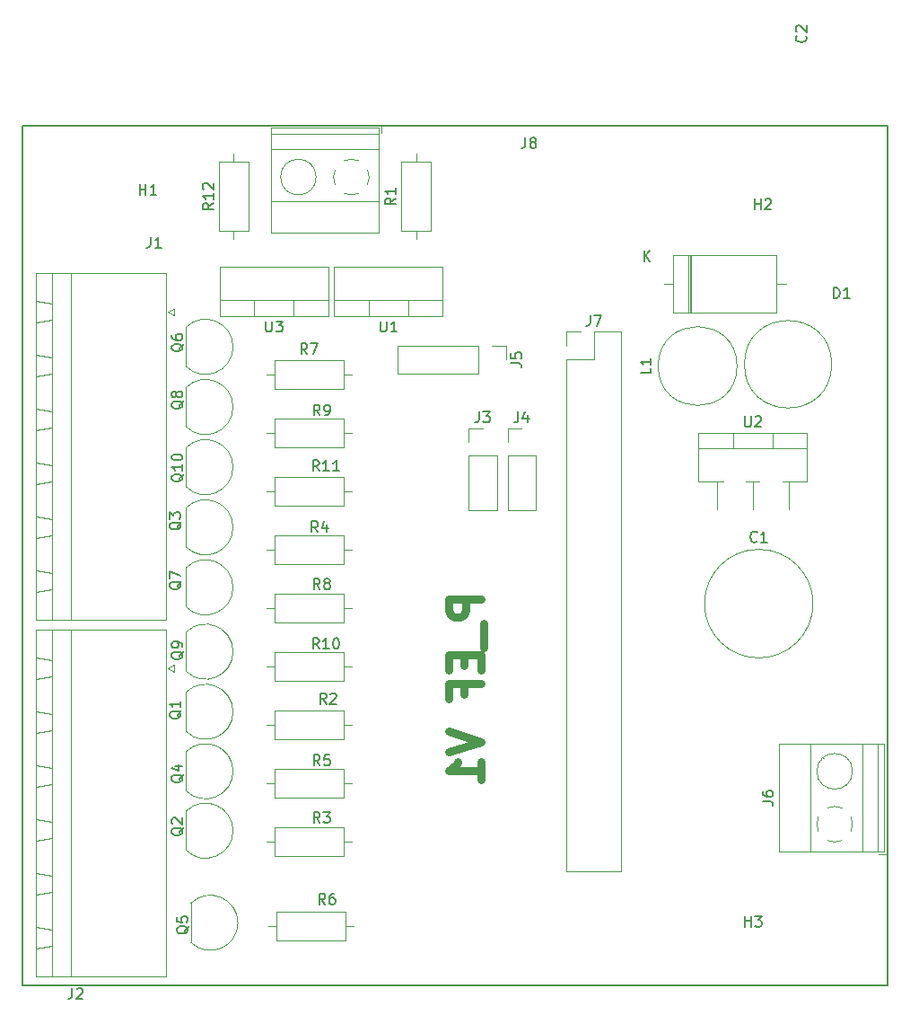
<source format=gbr>
%TF.GenerationSoftware,KiCad,Pcbnew,6.0.11-2627ca5db0~126~ubuntu20.04.1*%
%TF.CreationDate,2023-07-28T15:03:06-03:00*%
%TF.ProjectId,PEF2,50454632-2e6b-4696-9361-645f70636258,rev?*%
%TF.SameCoordinates,Original*%
%TF.FileFunction,Legend,Top*%
%TF.FilePolarity,Positive*%
%FSLAX46Y46*%
G04 Gerber Fmt 4.6, Leading zero omitted, Abs format (unit mm)*
G04 Created by KiCad (PCBNEW 6.0.11-2627ca5db0~126~ubuntu20.04.1) date 2023-07-28 15:03:06*
%MOMM*%
%LPD*%
G01*
G04 APERTURE LIST*
%TA.AperFunction,Profile*%
%ADD10C,0.200000*%
%TD*%
%ADD11C,0.750000*%
%ADD12C,0.150000*%
%ADD13C,0.120000*%
G04 APERTURE END LIST*
D10*
X12400000Y-12400000D02*
X94000000Y-12400000D01*
X94000000Y-12400000D02*
X94000000Y-93400000D01*
X94000000Y-93400000D02*
X12400000Y-93400000D01*
X12400000Y-93400000D02*
X12400000Y-12400000D01*
D11*
X55611542Y-56976428D02*
X52611542Y-56976428D01*
X52611542Y-58119285D01*
X52754400Y-58405000D01*
X52897257Y-58547857D01*
X53182971Y-58690714D01*
X53611542Y-58690714D01*
X53897257Y-58547857D01*
X54040114Y-58405000D01*
X54182971Y-58119285D01*
X54182971Y-56976428D01*
X55897257Y-59262142D02*
X55897257Y-61547857D01*
X54040114Y-62262142D02*
X54040114Y-63262142D01*
X55611542Y-63690714D02*
X55611542Y-62262142D01*
X52611542Y-62262142D01*
X52611542Y-63690714D01*
X54040114Y-65976428D02*
X54040114Y-64976428D01*
X55611542Y-64976428D02*
X52611542Y-64976428D01*
X52611542Y-66405000D01*
X52611542Y-69405000D02*
X55611542Y-70405000D01*
X52611542Y-71405000D01*
X55611542Y-73976428D02*
X55611542Y-72262142D01*
X55611542Y-73119285D02*
X52611542Y-73119285D01*
X53040114Y-72833571D01*
X53325828Y-72547857D01*
X53468685Y-72262142D01*
D12*
%TO.C,Q3*%
X27347619Y-49695238D02*
X27300000Y-49790476D01*
X27204761Y-49885714D01*
X27061904Y-50028571D01*
X27014285Y-50123809D01*
X27014285Y-50219047D01*
X27252380Y-50171428D02*
X27204761Y-50266666D01*
X27109523Y-50361904D01*
X26919047Y-50409523D01*
X26585714Y-50409523D01*
X26395238Y-50361904D01*
X26300000Y-50266666D01*
X26252380Y-50171428D01*
X26252380Y-49980952D01*
X26300000Y-49885714D01*
X26395238Y-49790476D01*
X26585714Y-49742857D01*
X26919047Y-49742857D01*
X27109523Y-49790476D01*
X27204761Y-49885714D01*
X27252380Y-49980952D01*
X27252380Y-50171428D01*
X26252380Y-49409523D02*
X26252380Y-48790476D01*
X26633333Y-49123809D01*
X26633333Y-48980952D01*
X26680952Y-48885714D01*
X26728571Y-48838095D01*
X26823809Y-48790476D01*
X27061904Y-48790476D01*
X27157142Y-48838095D01*
X27204761Y-48885714D01*
X27252380Y-48980952D01*
X27252380Y-49266666D01*
X27204761Y-49361904D01*
X27157142Y-49409523D01*
%TO.C,H1*%
X23438095Y-18852380D02*
X23438095Y-17852380D01*
X23438095Y-18328571D02*
X24009523Y-18328571D01*
X24009523Y-18852380D02*
X24009523Y-17852380D01*
X25009523Y-18852380D02*
X24438095Y-18852380D01*
X24723809Y-18852380D02*
X24723809Y-17852380D01*
X24628571Y-17995238D01*
X24533333Y-18090476D01*
X24438095Y-18138095D01*
%TO.C,J3*%
X55461666Y-39322380D02*
X55461666Y-40036666D01*
X55414047Y-40179523D01*
X55318809Y-40274761D01*
X55175952Y-40322380D01*
X55080714Y-40322380D01*
X55842619Y-39322380D02*
X56461666Y-39322380D01*
X56128333Y-39703333D01*
X56271190Y-39703333D01*
X56366428Y-39750952D01*
X56414047Y-39798571D01*
X56461666Y-39893809D01*
X56461666Y-40131904D01*
X56414047Y-40227142D01*
X56366428Y-40274761D01*
X56271190Y-40322380D01*
X55985476Y-40322380D01*
X55890238Y-40274761D01*
X55842619Y-40227142D01*
%TO.C,R5*%
X40433333Y-72652380D02*
X40100000Y-72176190D01*
X39861904Y-72652380D02*
X39861904Y-71652380D01*
X40242857Y-71652380D01*
X40338095Y-71700000D01*
X40385714Y-71747619D01*
X40433333Y-71842857D01*
X40433333Y-71985714D01*
X40385714Y-72080952D01*
X40338095Y-72128571D01*
X40242857Y-72176190D01*
X39861904Y-72176190D01*
X41338095Y-71652380D02*
X40861904Y-71652380D01*
X40814285Y-72128571D01*
X40861904Y-72080952D01*
X40957142Y-72033333D01*
X41195238Y-72033333D01*
X41290476Y-72080952D01*
X41338095Y-72128571D01*
X41385714Y-72223809D01*
X41385714Y-72461904D01*
X41338095Y-72557142D01*
X41290476Y-72604761D01*
X41195238Y-72652380D01*
X40957142Y-72652380D01*
X40861904Y-72604761D01*
X40814285Y-72557142D01*
%TO.C,D1*%
X88906904Y-28599880D02*
X88906904Y-27599880D01*
X89145000Y-27599880D01*
X89287857Y-27647500D01*
X89383095Y-27742738D01*
X89430714Y-27837976D01*
X89478333Y-28028452D01*
X89478333Y-28171309D01*
X89430714Y-28361785D01*
X89383095Y-28457023D01*
X89287857Y-28552261D01*
X89145000Y-28599880D01*
X88906904Y-28599880D01*
X90430714Y-28599880D02*
X89859285Y-28599880D01*
X90145000Y-28599880D02*
X90145000Y-27599880D01*
X90049761Y-27742738D01*
X89954523Y-27837976D01*
X89859285Y-27885595D01*
X71018095Y-25122380D02*
X71018095Y-24122380D01*
X71589523Y-25122380D02*
X71160952Y-24550952D01*
X71589523Y-24122380D02*
X71018095Y-24693809D01*
%TO.C,R10*%
X40357142Y-61652380D02*
X40023809Y-61176190D01*
X39785714Y-61652380D02*
X39785714Y-60652380D01*
X40166666Y-60652380D01*
X40261904Y-60700000D01*
X40309523Y-60747619D01*
X40357142Y-60842857D01*
X40357142Y-60985714D01*
X40309523Y-61080952D01*
X40261904Y-61128571D01*
X40166666Y-61176190D01*
X39785714Y-61176190D01*
X41309523Y-61652380D02*
X40738095Y-61652380D01*
X41023809Y-61652380D02*
X41023809Y-60652380D01*
X40928571Y-60795238D01*
X40833333Y-60890476D01*
X40738095Y-60938095D01*
X41928571Y-60652380D02*
X42023809Y-60652380D01*
X42119047Y-60700000D01*
X42166666Y-60747619D01*
X42214285Y-60842857D01*
X42261904Y-61033333D01*
X42261904Y-61271428D01*
X42214285Y-61461904D01*
X42166666Y-61557142D01*
X42119047Y-61604761D01*
X42023809Y-61652380D01*
X41928571Y-61652380D01*
X41833333Y-61604761D01*
X41785714Y-61557142D01*
X41738095Y-61461904D01*
X41690476Y-61271428D01*
X41690476Y-61033333D01*
X41738095Y-60842857D01*
X41785714Y-60747619D01*
X41833333Y-60700000D01*
X41928571Y-60652380D01*
%TO.C,C2*%
X86245892Y-3855416D02*
X86293511Y-3903035D01*
X86341130Y-4045892D01*
X86341130Y-4141130D01*
X86293511Y-4283988D01*
X86198273Y-4379226D01*
X86103035Y-4426845D01*
X85912559Y-4474464D01*
X85769702Y-4474464D01*
X85579226Y-4426845D01*
X85483988Y-4379226D01*
X85388750Y-4283988D01*
X85341130Y-4141130D01*
X85341130Y-4045892D01*
X85388750Y-3903035D01*
X85436369Y-3855416D01*
X85436369Y-3474464D02*
X85388750Y-3426845D01*
X85341130Y-3331607D01*
X85341130Y-3093511D01*
X85388750Y-2998273D01*
X85436369Y-2950654D01*
X85531607Y-2903035D01*
X85626845Y-2903035D01*
X85769702Y-2950654D01*
X86341130Y-3522083D01*
X86341130Y-2903035D01*
%TO.C,J2*%
X17066666Y-93652380D02*
X17066666Y-94366666D01*
X17019047Y-94509523D01*
X16923809Y-94604761D01*
X16780952Y-94652380D01*
X16685714Y-94652380D01*
X17495238Y-93747619D02*
X17542857Y-93700000D01*
X17638095Y-93652380D01*
X17876190Y-93652380D01*
X17971428Y-93700000D01*
X18019047Y-93747619D01*
X18066666Y-93842857D01*
X18066666Y-93938095D01*
X18019047Y-94080952D01*
X17447619Y-94652380D01*
X18066666Y-94652380D01*
%TO.C,R2*%
X41033333Y-66852380D02*
X40700000Y-66376190D01*
X40461904Y-66852380D02*
X40461904Y-65852380D01*
X40842857Y-65852380D01*
X40938095Y-65900000D01*
X40985714Y-65947619D01*
X41033333Y-66042857D01*
X41033333Y-66185714D01*
X40985714Y-66280952D01*
X40938095Y-66328571D01*
X40842857Y-66376190D01*
X40461904Y-66376190D01*
X41414285Y-65947619D02*
X41461904Y-65900000D01*
X41557142Y-65852380D01*
X41795238Y-65852380D01*
X41890476Y-65900000D01*
X41938095Y-65947619D01*
X41985714Y-66042857D01*
X41985714Y-66138095D01*
X41938095Y-66280952D01*
X41366666Y-66852380D01*
X41985714Y-66852380D01*
%TO.C,H3*%
X80538095Y-87852380D02*
X80538095Y-86852380D01*
X80538095Y-87328571D02*
X81109523Y-87328571D01*
X81109523Y-87852380D02*
X81109523Y-86852380D01*
X81490476Y-86852380D02*
X82109523Y-86852380D01*
X81776190Y-87233333D01*
X81919047Y-87233333D01*
X82014285Y-87280952D01*
X82061904Y-87328571D01*
X82109523Y-87423809D01*
X82109523Y-87661904D01*
X82061904Y-87757142D01*
X82014285Y-87804761D01*
X81919047Y-87852380D01*
X81633333Y-87852380D01*
X81538095Y-87804761D01*
X81490476Y-87757142D01*
%TO.C,L1*%
X71672380Y-35176666D02*
X71672380Y-35652857D01*
X70672380Y-35652857D01*
X71672380Y-34319523D02*
X71672380Y-34890952D01*
X71672380Y-34605238D02*
X70672380Y-34605238D01*
X70815238Y-34700476D01*
X70910476Y-34795714D01*
X70958095Y-34890952D01*
%TO.C,R3*%
X40433333Y-78052380D02*
X40100000Y-77576190D01*
X39861904Y-78052380D02*
X39861904Y-77052380D01*
X40242857Y-77052380D01*
X40338095Y-77100000D01*
X40385714Y-77147619D01*
X40433333Y-77242857D01*
X40433333Y-77385714D01*
X40385714Y-77480952D01*
X40338095Y-77528571D01*
X40242857Y-77576190D01*
X39861904Y-77576190D01*
X40766666Y-77052380D02*
X41385714Y-77052380D01*
X41052380Y-77433333D01*
X41195238Y-77433333D01*
X41290476Y-77480952D01*
X41338095Y-77528571D01*
X41385714Y-77623809D01*
X41385714Y-77861904D01*
X41338095Y-77957142D01*
X41290476Y-78004761D01*
X41195238Y-78052380D01*
X40909523Y-78052380D01*
X40814285Y-78004761D01*
X40766666Y-77957142D01*
%TO.C,Q5*%
X28047619Y-87785238D02*
X28000000Y-87880476D01*
X27904761Y-87975714D01*
X27761904Y-88118571D01*
X27714285Y-88213809D01*
X27714285Y-88309047D01*
X27952380Y-88261428D02*
X27904761Y-88356666D01*
X27809523Y-88451904D01*
X27619047Y-88499523D01*
X27285714Y-88499523D01*
X27095238Y-88451904D01*
X27000000Y-88356666D01*
X26952380Y-88261428D01*
X26952380Y-88070952D01*
X27000000Y-87975714D01*
X27095238Y-87880476D01*
X27285714Y-87832857D01*
X27619047Y-87832857D01*
X27809523Y-87880476D01*
X27904761Y-87975714D01*
X27952380Y-88070952D01*
X27952380Y-88261428D01*
X26952380Y-86928095D02*
X26952380Y-87404285D01*
X27428571Y-87451904D01*
X27380952Y-87404285D01*
X27333333Y-87309047D01*
X27333333Y-87070952D01*
X27380952Y-86975714D01*
X27428571Y-86928095D01*
X27523809Y-86880476D01*
X27761904Y-86880476D01*
X27857142Y-86928095D01*
X27904761Y-86975714D01*
X27952380Y-87070952D01*
X27952380Y-87309047D01*
X27904761Y-87404285D01*
X27857142Y-87451904D01*
%TO.C,J7*%
X65936666Y-30197380D02*
X65936666Y-30911666D01*
X65889047Y-31054523D01*
X65793809Y-31149761D01*
X65650952Y-31197380D01*
X65555714Y-31197380D01*
X66317619Y-30197380D02*
X66984285Y-30197380D01*
X66555714Y-31197380D01*
%TO.C,R9*%
X40433333Y-39652380D02*
X40100000Y-39176190D01*
X39861904Y-39652380D02*
X39861904Y-38652380D01*
X40242857Y-38652380D01*
X40338095Y-38700000D01*
X40385714Y-38747619D01*
X40433333Y-38842857D01*
X40433333Y-38985714D01*
X40385714Y-39080952D01*
X40338095Y-39128571D01*
X40242857Y-39176190D01*
X39861904Y-39176190D01*
X40909523Y-39652380D02*
X41100000Y-39652380D01*
X41195238Y-39604761D01*
X41242857Y-39557142D01*
X41338095Y-39414285D01*
X41385714Y-39223809D01*
X41385714Y-38842857D01*
X41338095Y-38747619D01*
X41290476Y-38700000D01*
X41195238Y-38652380D01*
X41004761Y-38652380D01*
X40909523Y-38700000D01*
X40861904Y-38747619D01*
X40814285Y-38842857D01*
X40814285Y-39080952D01*
X40861904Y-39176190D01*
X40909523Y-39223809D01*
X41004761Y-39271428D01*
X41195238Y-39271428D01*
X41290476Y-39223809D01*
X41338095Y-39176190D01*
X41385714Y-39080952D01*
%TO.C,R7*%
X39233333Y-33882380D02*
X38900000Y-33406190D01*
X38661904Y-33882380D02*
X38661904Y-32882380D01*
X39042857Y-32882380D01*
X39138095Y-32930000D01*
X39185714Y-32977619D01*
X39233333Y-33072857D01*
X39233333Y-33215714D01*
X39185714Y-33310952D01*
X39138095Y-33358571D01*
X39042857Y-33406190D01*
X38661904Y-33406190D01*
X39566666Y-32882380D02*
X40233333Y-32882380D01*
X39804761Y-33882380D01*
%TO.C,J6*%
X82192380Y-76033333D02*
X82906666Y-76033333D01*
X83049523Y-76080952D01*
X83144761Y-76176190D01*
X83192380Y-76319047D01*
X83192380Y-76414285D01*
X82192380Y-75128571D02*
X82192380Y-75319047D01*
X82240000Y-75414285D01*
X82287619Y-75461904D01*
X82430476Y-75557142D01*
X82620952Y-75604761D01*
X83001904Y-75604761D01*
X83097142Y-75557142D01*
X83144761Y-75509523D01*
X83192380Y-75414285D01*
X83192380Y-75223809D01*
X83144761Y-75128571D01*
X83097142Y-75080952D01*
X83001904Y-75033333D01*
X82763809Y-75033333D01*
X82668571Y-75080952D01*
X82620952Y-75128571D01*
X82573333Y-75223809D01*
X82573333Y-75414285D01*
X82620952Y-75509523D01*
X82668571Y-75557142D01*
X82763809Y-75604761D01*
%TO.C,Q4*%
X27547619Y-73495238D02*
X27500000Y-73590476D01*
X27404761Y-73685714D01*
X27261904Y-73828571D01*
X27214285Y-73923809D01*
X27214285Y-74019047D01*
X27452380Y-73971428D02*
X27404761Y-74066666D01*
X27309523Y-74161904D01*
X27119047Y-74209523D01*
X26785714Y-74209523D01*
X26595238Y-74161904D01*
X26500000Y-74066666D01*
X26452380Y-73971428D01*
X26452380Y-73780952D01*
X26500000Y-73685714D01*
X26595238Y-73590476D01*
X26785714Y-73542857D01*
X27119047Y-73542857D01*
X27309523Y-73590476D01*
X27404761Y-73685714D01*
X27452380Y-73780952D01*
X27452380Y-73971428D01*
X26785714Y-72685714D02*
X27452380Y-72685714D01*
X26404761Y-72923809D02*
X27119047Y-73161904D01*
X27119047Y-72542857D01*
%TO.C,U2*%
X80518095Y-39732380D02*
X80518095Y-40541904D01*
X80565714Y-40637142D01*
X80613333Y-40684761D01*
X80708571Y-40732380D01*
X80899047Y-40732380D01*
X80994285Y-40684761D01*
X81041904Y-40637142D01*
X81089523Y-40541904D01*
X81089523Y-39732380D01*
X81518095Y-39827619D02*
X81565714Y-39780000D01*
X81660952Y-39732380D01*
X81899047Y-39732380D01*
X81994285Y-39780000D01*
X82041904Y-39827619D01*
X82089523Y-39922857D01*
X82089523Y-40018095D01*
X82041904Y-40160952D01*
X81470476Y-40732380D01*
X82089523Y-40732380D01*
%TO.C,Q2*%
X27547619Y-78495238D02*
X27500000Y-78590476D01*
X27404761Y-78685714D01*
X27261904Y-78828571D01*
X27214285Y-78923809D01*
X27214285Y-79019047D01*
X27452380Y-78971428D02*
X27404761Y-79066666D01*
X27309523Y-79161904D01*
X27119047Y-79209523D01*
X26785714Y-79209523D01*
X26595238Y-79161904D01*
X26500000Y-79066666D01*
X26452380Y-78971428D01*
X26452380Y-78780952D01*
X26500000Y-78685714D01*
X26595238Y-78590476D01*
X26785714Y-78542857D01*
X27119047Y-78542857D01*
X27309523Y-78590476D01*
X27404761Y-78685714D01*
X27452380Y-78780952D01*
X27452380Y-78971428D01*
X26547619Y-78161904D02*
X26500000Y-78114285D01*
X26452380Y-78019047D01*
X26452380Y-77780952D01*
X26500000Y-77685714D01*
X26547619Y-77638095D01*
X26642857Y-77590476D01*
X26738095Y-77590476D01*
X26880952Y-77638095D01*
X27452380Y-78209523D01*
X27452380Y-77590476D01*
%TO.C,J1*%
X24466666Y-22852380D02*
X24466666Y-23566666D01*
X24419047Y-23709523D01*
X24323809Y-23804761D01*
X24180952Y-23852380D01*
X24085714Y-23852380D01*
X25466666Y-23852380D02*
X24895238Y-23852380D01*
X25180952Y-23852380D02*
X25180952Y-22852380D01*
X25085714Y-22995238D01*
X24990476Y-23090476D01*
X24895238Y-23138095D01*
%TO.C,Q6*%
X27547619Y-32895238D02*
X27500000Y-32990476D01*
X27404761Y-33085714D01*
X27261904Y-33228571D01*
X27214285Y-33323809D01*
X27214285Y-33419047D01*
X27452380Y-33371428D02*
X27404761Y-33466666D01*
X27309523Y-33561904D01*
X27119047Y-33609523D01*
X26785714Y-33609523D01*
X26595238Y-33561904D01*
X26500000Y-33466666D01*
X26452380Y-33371428D01*
X26452380Y-33180952D01*
X26500000Y-33085714D01*
X26595238Y-32990476D01*
X26785714Y-32942857D01*
X27119047Y-32942857D01*
X27309523Y-32990476D01*
X27404761Y-33085714D01*
X27452380Y-33180952D01*
X27452380Y-33371428D01*
X26452380Y-32085714D02*
X26452380Y-32276190D01*
X26500000Y-32371428D01*
X26547619Y-32419047D01*
X26690476Y-32514285D01*
X26880952Y-32561904D01*
X27261904Y-32561904D01*
X27357142Y-32514285D01*
X27404761Y-32466666D01*
X27452380Y-32371428D01*
X27452380Y-32180952D01*
X27404761Y-32085714D01*
X27357142Y-32038095D01*
X27261904Y-31990476D01*
X27023809Y-31990476D01*
X26928571Y-32038095D01*
X26880952Y-32085714D01*
X26833333Y-32180952D01*
X26833333Y-32371428D01*
X26880952Y-32466666D01*
X26928571Y-32514285D01*
X27023809Y-32561904D01*
%TO.C,Q7*%
X27347619Y-55295238D02*
X27300000Y-55390476D01*
X27204761Y-55485714D01*
X27061904Y-55628571D01*
X27014285Y-55723809D01*
X27014285Y-55819047D01*
X27252380Y-55771428D02*
X27204761Y-55866666D01*
X27109523Y-55961904D01*
X26919047Y-56009523D01*
X26585714Y-56009523D01*
X26395238Y-55961904D01*
X26300000Y-55866666D01*
X26252380Y-55771428D01*
X26252380Y-55580952D01*
X26300000Y-55485714D01*
X26395238Y-55390476D01*
X26585714Y-55342857D01*
X26919047Y-55342857D01*
X27109523Y-55390476D01*
X27204761Y-55485714D01*
X27252380Y-55580952D01*
X27252380Y-55771428D01*
X26252380Y-55009523D02*
X26252380Y-54342857D01*
X27252380Y-54771428D01*
%TO.C,R1*%
X47582380Y-19186666D02*
X47106190Y-19520000D01*
X47582380Y-19758095D02*
X46582380Y-19758095D01*
X46582380Y-19377142D01*
X46630000Y-19281904D01*
X46677619Y-19234285D01*
X46772857Y-19186666D01*
X46915714Y-19186666D01*
X47010952Y-19234285D01*
X47058571Y-19281904D01*
X47106190Y-19377142D01*
X47106190Y-19758095D01*
X47582380Y-18234285D02*
X47582380Y-18805714D01*
X47582380Y-18520000D02*
X46582380Y-18520000D01*
X46725238Y-18615238D01*
X46820476Y-18710476D01*
X46868095Y-18805714D01*
%TO.C,J8*%
X59826666Y-13462380D02*
X59826666Y-14176666D01*
X59779047Y-14319523D01*
X59683809Y-14414761D01*
X59540952Y-14462380D01*
X59445714Y-14462380D01*
X60445714Y-13890952D02*
X60350476Y-13843333D01*
X60302857Y-13795714D01*
X60255238Y-13700476D01*
X60255238Y-13652857D01*
X60302857Y-13557619D01*
X60350476Y-13510000D01*
X60445714Y-13462380D01*
X60636190Y-13462380D01*
X60731428Y-13510000D01*
X60779047Y-13557619D01*
X60826666Y-13652857D01*
X60826666Y-13700476D01*
X60779047Y-13795714D01*
X60731428Y-13843333D01*
X60636190Y-13890952D01*
X60445714Y-13890952D01*
X60350476Y-13938571D01*
X60302857Y-13986190D01*
X60255238Y-14081428D01*
X60255238Y-14271904D01*
X60302857Y-14367142D01*
X60350476Y-14414761D01*
X60445714Y-14462380D01*
X60636190Y-14462380D01*
X60731428Y-14414761D01*
X60779047Y-14367142D01*
X60826666Y-14271904D01*
X60826666Y-14081428D01*
X60779047Y-13986190D01*
X60731428Y-13938571D01*
X60636190Y-13890952D01*
%TO.C,J4*%
X59141666Y-39322380D02*
X59141666Y-40036666D01*
X59094047Y-40179523D01*
X58998809Y-40274761D01*
X58855952Y-40322380D01*
X58760714Y-40322380D01*
X60046428Y-39655714D02*
X60046428Y-40322380D01*
X59808333Y-39274761D02*
X59570238Y-39989047D01*
X60189285Y-39989047D01*
%TO.C,Q1*%
X27347619Y-67495238D02*
X27300000Y-67590476D01*
X27204761Y-67685714D01*
X27061904Y-67828571D01*
X27014285Y-67923809D01*
X27014285Y-68019047D01*
X27252380Y-67971428D02*
X27204761Y-68066666D01*
X27109523Y-68161904D01*
X26919047Y-68209523D01*
X26585714Y-68209523D01*
X26395238Y-68161904D01*
X26300000Y-68066666D01*
X26252380Y-67971428D01*
X26252380Y-67780952D01*
X26300000Y-67685714D01*
X26395238Y-67590476D01*
X26585714Y-67542857D01*
X26919047Y-67542857D01*
X27109523Y-67590476D01*
X27204761Y-67685714D01*
X27252380Y-67780952D01*
X27252380Y-67971428D01*
X27252380Y-66590476D02*
X27252380Y-67161904D01*
X27252380Y-66876190D02*
X26252380Y-66876190D01*
X26395238Y-66971428D01*
X26490476Y-67066666D01*
X26538095Y-67161904D01*
%TO.C,Q8*%
X27547619Y-38295238D02*
X27500000Y-38390476D01*
X27404761Y-38485714D01*
X27261904Y-38628571D01*
X27214285Y-38723809D01*
X27214285Y-38819047D01*
X27452380Y-38771428D02*
X27404761Y-38866666D01*
X27309523Y-38961904D01*
X27119047Y-39009523D01*
X26785714Y-39009523D01*
X26595238Y-38961904D01*
X26500000Y-38866666D01*
X26452380Y-38771428D01*
X26452380Y-38580952D01*
X26500000Y-38485714D01*
X26595238Y-38390476D01*
X26785714Y-38342857D01*
X27119047Y-38342857D01*
X27309523Y-38390476D01*
X27404761Y-38485714D01*
X27452380Y-38580952D01*
X27452380Y-38771428D01*
X26880952Y-37771428D02*
X26833333Y-37866666D01*
X26785714Y-37914285D01*
X26690476Y-37961904D01*
X26642857Y-37961904D01*
X26547619Y-37914285D01*
X26500000Y-37866666D01*
X26452380Y-37771428D01*
X26452380Y-37580952D01*
X26500000Y-37485714D01*
X26547619Y-37438095D01*
X26642857Y-37390476D01*
X26690476Y-37390476D01*
X26785714Y-37438095D01*
X26833333Y-37485714D01*
X26880952Y-37580952D01*
X26880952Y-37771428D01*
X26928571Y-37866666D01*
X26976190Y-37914285D01*
X27071428Y-37961904D01*
X27261904Y-37961904D01*
X27357142Y-37914285D01*
X27404761Y-37866666D01*
X27452380Y-37771428D01*
X27452380Y-37580952D01*
X27404761Y-37485714D01*
X27357142Y-37438095D01*
X27261904Y-37390476D01*
X27071428Y-37390476D01*
X26976190Y-37438095D01*
X26928571Y-37485714D01*
X26880952Y-37580952D01*
%TO.C,H2*%
X81438095Y-20252380D02*
X81438095Y-19252380D01*
X81438095Y-19728571D02*
X82009523Y-19728571D01*
X82009523Y-20252380D02*
X82009523Y-19252380D01*
X82438095Y-19347619D02*
X82485714Y-19300000D01*
X82580952Y-19252380D01*
X82819047Y-19252380D01*
X82914285Y-19300000D01*
X82961904Y-19347619D01*
X83009523Y-19442857D01*
X83009523Y-19538095D01*
X82961904Y-19680952D01*
X82390476Y-20252380D01*
X83009523Y-20252380D01*
%TO.C,R6*%
X40933333Y-85742380D02*
X40600000Y-85266190D01*
X40361904Y-85742380D02*
X40361904Y-84742380D01*
X40742857Y-84742380D01*
X40838095Y-84790000D01*
X40885714Y-84837619D01*
X40933333Y-84932857D01*
X40933333Y-85075714D01*
X40885714Y-85170952D01*
X40838095Y-85218571D01*
X40742857Y-85266190D01*
X40361904Y-85266190D01*
X41790476Y-84742380D02*
X41600000Y-84742380D01*
X41504761Y-84790000D01*
X41457142Y-84837619D01*
X41361904Y-84980476D01*
X41314285Y-85170952D01*
X41314285Y-85551904D01*
X41361904Y-85647142D01*
X41409523Y-85694761D01*
X41504761Y-85742380D01*
X41695238Y-85742380D01*
X41790476Y-85694761D01*
X41838095Y-85647142D01*
X41885714Y-85551904D01*
X41885714Y-85313809D01*
X41838095Y-85218571D01*
X41790476Y-85170952D01*
X41695238Y-85123333D01*
X41504761Y-85123333D01*
X41409523Y-85170952D01*
X41361904Y-85218571D01*
X41314285Y-85313809D01*
%TO.C,R8*%
X40433333Y-56052380D02*
X40100000Y-55576190D01*
X39861904Y-56052380D02*
X39861904Y-55052380D01*
X40242857Y-55052380D01*
X40338095Y-55100000D01*
X40385714Y-55147619D01*
X40433333Y-55242857D01*
X40433333Y-55385714D01*
X40385714Y-55480952D01*
X40338095Y-55528571D01*
X40242857Y-55576190D01*
X39861904Y-55576190D01*
X41004761Y-55480952D02*
X40909523Y-55433333D01*
X40861904Y-55385714D01*
X40814285Y-55290476D01*
X40814285Y-55242857D01*
X40861904Y-55147619D01*
X40909523Y-55100000D01*
X41004761Y-55052380D01*
X41195238Y-55052380D01*
X41290476Y-55100000D01*
X41338095Y-55147619D01*
X41385714Y-55242857D01*
X41385714Y-55290476D01*
X41338095Y-55385714D01*
X41290476Y-55433333D01*
X41195238Y-55480952D01*
X41004761Y-55480952D01*
X40909523Y-55528571D01*
X40861904Y-55576190D01*
X40814285Y-55671428D01*
X40814285Y-55861904D01*
X40861904Y-55957142D01*
X40909523Y-56004761D01*
X41004761Y-56052380D01*
X41195238Y-56052380D01*
X41290476Y-56004761D01*
X41338095Y-55957142D01*
X41385714Y-55861904D01*
X41385714Y-55671428D01*
X41338095Y-55576190D01*
X41290476Y-55528571D01*
X41195238Y-55480952D01*
%TO.C,R4*%
X40233333Y-50652380D02*
X39900000Y-50176190D01*
X39661904Y-50652380D02*
X39661904Y-49652380D01*
X40042857Y-49652380D01*
X40138095Y-49700000D01*
X40185714Y-49747619D01*
X40233333Y-49842857D01*
X40233333Y-49985714D01*
X40185714Y-50080952D01*
X40138095Y-50128571D01*
X40042857Y-50176190D01*
X39661904Y-50176190D01*
X41090476Y-49985714D02*
X41090476Y-50652380D01*
X40852380Y-49604761D02*
X40614285Y-50319047D01*
X41233333Y-50319047D01*
%TO.C,U3*%
X35338095Y-30777380D02*
X35338095Y-31586904D01*
X35385714Y-31682142D01*
X35433333Y-31729761D01*
X35528571Y-31777380D01*
X35719047Y-31777380D01*
X35814285Y-31729761D01*
X35861904Y-31682142D01*
X35909523Y-31586904D01*
X35909523Y-30777380D01*
X36290476Y-30777380D02*
X36909523Y-30777380D01*
X36576190Y-31158333D01*
X36719047Y-31158333D01*
X36814285Y-31205952D01*
X36861904Y-31253571D01*
X36909523Y-31348809D01*
X36909523Y-31586904D01*
X36861904Y-31682142D01*
X36814285Y-31729761D01*
X36719047Y-31777380D01*
X36433333Y-31777380D01*
X36338095Y-31729761D01*
X36290476Y-31682142D01*
%TO.C,C1*%
X81673333Y-51507142D02*
X81625714Y-51554761D01*
X81482857Y-51602380D01*
X81387619Y-51602380D01*
X81244761Y-51554761D01*
X81149523Y-51459523D01*
X81101904Y-51364285D01*
X81054285Y-51173809D01*
X81054285Y-51030952D01*
X81101904Y-50840476D01*
X81149523Y-50745238D01*
X81244761Y-50650000D01*
X81387619Y-50602380D01*
X81482857Y-50602380D01*
X81625714Y-50650000D01*
X81673333Y-50697619D01*
X82625714Y-51602380D02*
X82054285Y-51602380D01*
X82340000Y-51602380D02*
X82340000Y-50602380D01*
X82244761Y-50745238D01*
X82149523Y-50840476D01*
X82054285Y-50888095D01*
%TO.C,R12*%
X30382380Y-19662857D02*
X29906190Y-19996190D01*
X30382380Y-20234285D02*
X29382380Y-20234285D01*
X29382380Y-19853333D01*
X29430000Y-19758095D01*
X29477619Y-19710476D01*
X29572857Y-19662857D01*
X29715714Y-19662857D01*
X29810952Y-19710476D01*
X29858571Y-19758095D01*
X29906190Y-19853333D01*
X29906190Y-20234285D01*
X30382380Y-18710476D02*
X30382380Y-19281904D01*
X30382380Y-18996190D02*
X29382380Y-18996190D01*
X29525238Y-19091428D01*
X29620476Y-19186666D01*
X29668095Y-19281904D01*
X29477619Y-18329523D02*
X29430000Y-18281904D01*
X29382380Y-18186666D01*
X29382380Y-17948571D01*
X29430000Y-17853333D01*
X29477619Y-17805714D01*
X29572857Y-17758095D01*
X29668095Y-17758095D01*
X29810952Y-17805714D01*
X30382380Y-18377142D01*
X30382380Y-17758095D01*
%TO.C,Q9*%
X27547619Y-61895238D02*
X27500000Y-61990476D01*
X27404761Y-62085714D01*
X27261904Y-62228571D01*
X27214285Y-62323809D01*
X27214285Y-62419047D01*
X27452380Y-62371428D02*
X27404761Y-62466666D01*
X27309523Y-62561904D01*
X27119047Y-62609523D01*
X26785714Y-62609523D01*
X26595238Y-62561904D01*
X26500000Y-62466666D01*
X26452380Y-62371428D01*
X26452380Y-62180952D01*
X26500000Y-62085714D01*
X26595238Y-61990476D01*
X26785714Y-61942857D01*
X27119047Y-61942857D01*
X27309523Y-61990476D01*
X27404761Y-62085714D01*
X27452380Y-62180952D01*
X27452380Y-62371428D01*
X27452380Y-61466666D02*
X27452380Y-61276190D01*
X27404761Y-61180952D01*
X27357142Y-61133333D01*
X27214285Y-61038095D01*
X27023809Y-60990476D01*
X26642857Y-60990476D01*
X26547619Y-61038095D01*
X26500000Y-61085714D01*
X26452380Y-61180952D01*
X26452380Y-61371428D01*
X26500000Y-61466666D01*
X26547619Y-61514285D01*
X26642857Y-61561904D01*
X26880952Y-61561904D01*
X26976190Y-61514285D01*
X27023809Y-61466666D01*
X27071428Y-61371428D01*
X27071428Y-61180952D01*
X27023809Y-61085714D01*
X26976190Y-61038095D01*
X26880952Y-60990476D01*
%TO.C,J5*%
X58457380Y-34733333D02*
X59171666Y-34733333D01*
X59314523Y-34780952D01*
X59409761Y-34876190D01*
X59457380Y-35019047D01*
X59457380Y-35114285D01*
X58457380Y-33780952D02*
X58457380Y-34257142D01*
X58933571Y-34304761D01*
X58885952Y-34257142D01*
X58838333Y-34161904D01*
X58838333Y-33923809D01*
X58885952Y-33828571D01*
X58933571Y-33780952D01*
X59028809Y-33733333D01*
X59266904Y-33733333D01*
X59362142Y-33780952D01*
X59409761Y-33828571D01*
X59457380Y-33923809D01*
X59457380Y-34161904D01*
X59409761Y-34257142D01*
X59362142Y-34304761D01*
%TO.C,R11*%
X40357142Y-44889880D02*
X40023809Y-44413690D01*
X39785714Y-44889880D02*
X39785714Y-43889880D01*
X40166666Y-43889880D01*
X40261904Y-43937500D01*
X40309523Y-43985119D01*
X40357142Y-44080357D01*
X40357142Y-44223214D01*
X40309523Y-44318452D01*
X40261904Y-44366071D01*
X40166666Y-44413690D01*
X39785714Y-44413690D01*
X41309523Y-44889880D02*
X40738095Y-44889880D01*
X41023809Y-44889880D02*
X41023809Y-43889880D01*
X40928571Y-44032738D01*
X40833333Y-44127976D01*
X40738095Y-44175595D01*
X42261904Y-44889880D02*
X41690476Y-44889880D01*
X41976190Y-44889880D02*
X41976190Y-43889880D01*
X41880952Y-44032738D01*
X41785714Y-44127976D01*
X41690476Y-44175595D01*
%TO.C,Q10*%
X27547619Y-45171428D02*
X27500000Y-45266666D01*
X27404761Y-45361904D01*
X27261904Y-45504761D01*
X27214285Y-45600000D01*
X27214285Y-45695238D01*
X27452380Y-45647619D02*
X27404761Y-45742857D01*
X27309523Y-45838095D01*
X27119047Y-45885714D01*
X26785714Y-45885714D01*
X26595238Y-45838095D01*
X26500000Y-45742857D01*
X26452380Y-45647619D01*
X26452380Y-45457142D01*
X26500000Y-45361904D01*
X26595238Y-45266666D01*
X26785714Y-45219047D01*
X27119047Y-45219047D01*
X27309523Y-45266666D01*
X27404761Y-45361904D01*
X27452380Y-45457142D01*
X27452380Y-45647619D01*
X27452380Y-44266666D02*
X27452380Y-44838095D01*
X27452380Y-44552380D02*
X26452380Y-44552380D01*
X26595238Y-44647619D01*
X26690476Y-44742857D01*
X26738095Y-44838095D01*
X26452380Y-43647619D02*
X26452380Y-43552380D01*
X26500000Y-43457142D01*
X26547619Y-43409523D01*
X26642857Y-43361904D01*
X26833333Y-43314285D01*
X27071428Y-43314285D01*
X27261904Y-43361904D01*
X27357142Y-43409523D01*
X27404761Y-43457142D01*
X27452380Y-43552380D01*
X27452380Y-43647619D01*
X27404761Y-43742857D01*
X27357142Y-43790476D01*
X27261904Y-43838095D01*
X27071428Y-43885714D01*
X26833333Y-43885714D01*
X26642857Y-43838095D01*
X26547619Y-43790476D01*
X26500000Y-43742857D01*
X26452380Y-43647619D01*
%TO.C,U1*%
X46138095Y-30777380D02*
X46138095Y-31586904D01*
X46185714Y-31682142D01*
X46233333Y-31729761D01*
X46328571Y-31777380D01*
X46519047Y-31777380D01*
X46614285Y-31729761D01*
X46661904Y-31682142D01*
X46709523Y-31586904D01*
X46709523Y-30777380D01*
X47709523Y-31777380D02*
X47138095Y-31777380D01*
X47423809Y-31777380D02*
X47423809Y-30777380D01*
X47328571Y-30920238D01*
X47233333Y-31015476D01*
X47138095Y-31063095D01*
D13*
%TO.C,Q3*%
X27790000Y-48410000D02*
X27790000Y-52010000D01*
X32240001Y-50210000D02*
G75*
G03*
X27801522Y-48371522I-2600001J0D01*
G01*
X27801522Y-52048478D02*
G75*
G03*
X32240000Y-50210000I1838478J1838478D01*
G01*
%TO.C,J3*%
X54465000Y-48610000D02*
X57125000Y-48610000D01*
X54465000Y-43470000D02*
X57125000Y-43470000D01*
X57125000Y-43470000D02*
X57125000Y-48610000D01*
X54465000Y-40870000D02*
X55795000Y-40870000D01*
X54465000Y-42200000D02*
X54465000Y-40870000D01*
X54465000Y-43470000D02*
X54465000Y-48610000D01*
%TO.C,R5*%
X42670000Y-75696250D02*
X42670000Y-72956250D01*
X36130000Y-75696250D02*
X42670000Y-75696250D01*
X43440000Y-74326250D02*
X42670000Y-74326250D01*
X36130000Y-72956250D02*
X36130000Y-75696250D01*
X42670000Y-72956250D02*
X36130000Y-72956250D01*
X35360000Y-74326250D02*
X36130000Y-74326250D01*
%TO.C,D1*%
X73790000Y-29990000D02*
X83530000Y-29990000D01*
X83530000Y-24550000D02*
X73790000Y-24550000D01*
X75455000Y-24550000D02*
X75455000Y-29990000D01*
X75335000Y-24550000D02*
X75335000Y-29990000D01*
X84440000Y-27270000D02*
X83530000Y-27270000D01*
X73790000Y-24550000D02*
X73790000Y-29990000D01*
X72880000Y-27270000D02*
X73790000Y-27270000D01*
X83530000Y-29990000D02*
X83530000Y-24550000D01*
X75215000Y-24550000D02*
X75215000Y-29990000D01*
%TO.C,R10*%
X42670000Y-61948750D02*
X36130000Y-61948750D01*
X35360000Y-63318750D02*
X36130000Y-63318750D01*
X42670000Y-64688750D02*
X42670000Y-61948750D01*
X43440000Y-63318750D02*
X42670000Y-63318750D01*
X36130000Y-64688750D02*
X42670000Y-64688750D01*
X36130000Y-61948750D02*
X36130000Y-64688750D01*
%TO.C,C2*%
X88720000Y-34840000D02*
G75*
G03*
X88720000Y-34840000I-4120000J0D01*
G01*
%TO.C,J2*%
X13667500Y-92550000D02*
X25887500Y-92550000D01*
X15167500Y-84570000D02*
X15167500Y-83070000D01*
X13667500Y-89900000D02*
X15167500Y-89650000D01*
X15167500Y-64250000D02*
X15167500Y-62750000D01*
X13667500Y-59850000D02*
X13667500Y-92550000D01*
X15167500Y-88150000D02*
X13667500Y-87900000D01*
X13667500Y-62500000D02*
X13667500Y-64500000D01*
X13667500Y-64500000D02*
X15167500Y-64250000D01*
X15167500Y-89650000D02*
X15167500Y-88150000D01*
X15167500Y-72910000D02*
X13667500Y-72660000D01*
X13667500Y-69580000D02*
X15167500Y-69330000D01*
X15167500Y-74410000D02*
X15167500Y-72910000D01*
X15167500Y-92550000D02*
X15167500Y-59850000D01*
X15167500Y-77990000D02*
X13667500Y-77740000D01*
X15167500Y-62750000D02*
X13667500Y-62500000D01*
X13667500Y-84820000D02*
X15167500Y-84570000D01*
X26087500Y-63500000D02*
X26687500Y-63200000D01*
X13667500Y-72660000D02*
X13667500Y-74660000D01*
X15167500Y-83070000D02*
X13667500Y-82820000D01*
X13667500Y-82820000D02*
X13667500Y-84820000D01*
X26687500Y-63200000D02*
X26687500Y-63800000D01*
X13667500Y-67580000D02*
X13667500Y-69580000D01*
X26687500Y-63800000D02*
X26087500Y-63500000D01*
X13667500Y-77740000D02*
X13667500Y-79740000D01*
X16967500Y-92550000D02*
X15167500Y-92550000D01*
X25887500Y-59850000D02*
X13667500Y-59850000D01*
X13667500Y-74660000D02*
X15167500Y-74410000D01*
X16967500Y-59850000D02*
X16967500Y-92550000D01*
X15167500Y-69330000D02*
X15167500Y-67830000D01*
X13667500Y-87900000D02*
X13667500Y-89900000D01*
X25887500Y-92550000D02*
X25887500Y-59850000D01*
X15167500Y-59850000D02*
X16967500Y-59850000D01*
X15167500Y-79490000D02*
X15167500Y-77990000D01*
X13667500Y-79740000D02*
X15167500Y-79490000D01*
X15167500Y-67830000D02*
X13667500Y-67580000D01*
%TO.C,R2*%
X42670000Y-67452500D02*
X36130000Y-67452500D01*
X43440000Y-68822500D02*
X42670000Y-68822500D01*
X36130000Y-67452500D02*
X36130000Y-70192500D01*
X36130000Y-70192500D02*
X42670000Y-70192500D01*
X42670000Y-70192500D02*
X42670000Y-67452500D01*
X35360000Y-68822500D02*
X36130000Y-68822500D01*
%TO.C,L1*%
X79790000Y-35010000D02*
G75*
G03*
X79790000Y-35010000I-3720000J0D01*
G01*
%TO.C,R3*%
X42670000Y-78460000D02*
X36130000Y-78460000D01*
X43440000Y-79830000D02*
X42670000Y-79830000D01*
X42670000Y-81200000D02*
X42670000Y-78460000D01*
X35360000Y-79830000D02*
X36130000Y-79830000D01*
X36130000Y-81200000D02*
X42670000Y-81200000D01*
X36130000Y-78460000D02*
X36130000Y-81200000D01*
%TO.C,Q5*%
X28250000Y-85690000D02*
X28250000Y-89290000D01*
X32700001Y-87490000D02*
G75*
G03*
X28261522Y-85651522I-2600001J0D01*
G01*
X28261522Y-89328478D02*
G75*
G03*
X32700000Y-87490000I1838478J1838478D01*
G01*
%TO.C,J7*%
X63670000Y-34345000D02*
X66270000Y-34345000D01*
X63670000Y-82665000D02*
X68870000Y-82665000D01*
X66270000Y-31745000D02*
X68870000Y-31745000D01*
X66270000Y-34345000D02*
X66270000Y-31745000D01*
X63670000Y-34345000D02*
X63670000Y-82665000D01*
X63670000Y-33075000D02*
X63670000Y-31745000D01*
X68870000Y-31745000D02*
X68870000Y-82665000D01*
X63670000Y-31745000D02*
X65000000Y-31745000D01*
%TO.C,R9*%
X35360000Y-41303750D02*
X36130000Y-41303750D01*
X36130000Y-42673750D02*
X42670000Y-42673750D01*
X36130000Y-39933750D02*
X36130000Y-42673750D01*
X43440000Y-41303750D02*
X42670000Y-41303750D01*
X42670000Y-42673750D02*
X42670000Y-39933750D01*
X42670000Y-39933750D02*
X36130000Y-39933750D01*
%TO.C,R7*%
X42670000Y-34430000D02*
X36130000Y-34430000D01*
X35360000Y-35800000D02*
X36130000Y-35800000D01*
X43440000Y-35800000D02*
X42670000Y-35800000D01*
X36130000Y-37170000D02*
X42670000Y-37170000D01*
X36130000Y-34430000D02*
X36130000Y-37170000D01*
X42670000Y-37170000D02*
X42670000Y-34430000D01*
%TO.C,J6*%
X87725000Y-72130000D02*
X87761000Y-72165000D01*
X93660000Y-80760000D02*
X93660000Y-70640000D01*
X83739000Y-70640000D02*
X93660000Y-70640000D01*
X86699000Y-80760000D02*
X86699000Y-70640000D01*
X90239000Y-74234000D02*
X90274000Y-74269000D01*
X83739000Y-80760000D02*
X83739000Y-70640000D01*
X83739000Y-80760000D02*
X93660000Y-80760000D01*
X93900000Y-81000000D02*
X93900000Y-80500000D01*
X90023000Y-74427000D02*
X90069000Y-74474000D01*
X91600000Y-80760000D02*
X91600000Y-70640000D01*
X93100000Y-80760000D02*
X93100000Y-70640000D01*
X93160000Y-81000000D02*
X93900000Y-81000000D01*
X87931000Y-71925000D02*
X87977000Y-71972000D01*
X90680000Y-78200000D02*
G75*
G03*
X90534756Y-77516682I-1680000J0D01*
G01*
X88316000Y-79735000D02*
G75*
G03*
X89683042Y-79735427I684001J1534993D01*
G01*
X89684000Y-76664999D02*
G75*
G03*
X88316958Y-76664573I-684000J-1535001D01*
G01*
X87465000Y-77516000D02*
G75*
G03*
X87464573Y-78883042I1534993J-684001D01*
G01*
X90535000Y-78884000D02*
G75*
G03*
X90680253Y-78171195I-1535001J683999D01*
G01*
X90680000Y-73200000D02*
G75*
G03*
X90680000Y-73200000I-1680000J0D01*
G01*
%TO.C,Q4*%
X27790000Y-71400000D02*
X27790000Y-75000000D01*
X32240001Y-73200000D02*
G75*
G03*
X27801522Y-71361522I-2600001J0D01*
G01*
X27801522Y-75038478D02*
G75*
G03*
X32240000Y-73200000I1838478J1838478D01*
G01*
%TO.C,U2*%
X80645000Y-45921000D02*
X81915000Y-45921000D01*
X84680000Y-45921000D02*
X84680000Y-48535000D01*
X76159000Y-41280000D02*
X76159000Y-45921000D01*
X86400000Y-41280000D02*
X86400000Y-45921000D01*
X84045000Y-45921000D02*
X86400000Y-45921000D01*
X81280000Y-45921000D02*
X81280000Y-48535000D01*
X79430000Y-41280000D02*
X79430000Y-42789000D01*
X83130000Y-41280000D02*
X83130000Y-42789000D01*
X76159000Y-45921000D02*
X78515000Y-45921000D01*
X76159000Y-42789000D02*
X86400000Y-42789000D01*
X77880000Y-45921000D02*
X77880000Y-48551000D01*
X76159000Y-41280000D02*
X86400000Y-41280000D01*
%TO.C,Q2*%
X27790000Y-77000000D02*
X27790000Y-80600000D01*
X27801522Y-80638478D02*
G75*
G03*
X32240000Y-78800000I1838478J1838478D01*
G01*
X32240001Y-78800000D02*
G75*
G03*
X27801522Y-76961522I-2600001J0D01*
G01*
%TO.C,J1*%
X26687500Y-30200000D02*
X26087500Y-29900000D01*
X13667500Y-46140000D02*
X15167500Y-45890000D01*
X13667500Y-30900000D02*
X15167500Y-30650000D01*
X15167500Y-26250000D02*
X16967500Y-26250000D01*
X15167500Y-35730000D02*
X15167500Y-34230000D01*
X16967500Y-58950000D02*
X15167500Y-58950000D01*
X13667500Y-49220000D02*
X13667500Y-51220000D01*
X15167500Y-56050000D02*
X15167500Y-54550000D01*
X15167500Y-40810000D02*
X15167500Y-39310000D01*
X16967500Y-26250000D02*
X16967500Y-58950000D01*
X15167500Y-34230000D02*
X13667500Y-33980000D01*
X13667500Y-44140000D02*
X13667500Y-46140000D01*
X26687500Y-29600000D02*
X26687500Y-30200000D01*
X13667500Y-39060000D02*
X13667500Y-41060000D01*
X15167500Y-45890000D02*
X15167500Y-44390000D01*
X15167500Y-29150000D02*
X13667500Y-28900000D01*
X13667500Y-54300000D02*
X13667500Y-56300000D01*
X13667500Y-51220000D02*
X15167500Y-50970000D01*
X15167500Y-49470000D02*
X13667500Y-49220000D01*
X15167500Y-54550000D02*
X13667500Y-54300000D01*
X15167500Y-39310000D02*
X13667500Y-39060000D01*
X13667500Y-56300000D02*
X15167500Y-56050000D01*
X25887500Y-58950000D02*
X25887500Y-26250000D01*
X13667500Y-33980000D02*
X13667500Y-35980000D01*
X25887500Y-26250000D02*
X13667500Y-26250000D01*
X13667500Y-28900000D02*
X13667500Y-30900000D01*
X15167500Y-58950000D02*
X15167500Y-26250000D01*
X15167500Y-30650000D02*
X15167500Y-29150000D01*
X26087500Y-29900000D02*
X26687500Y-29600000D01*
X13667500Y-41060000D02*
X15167500Y-40810000D01*
X13667500Y-58950000D02*
X25887500Y-58950000D01*
X15167500Y-50970000D02*
X15167500Y-49470000D01*
X13667500Y-26250000D02*
X13667500Y-58950000D01*
X15167500Y-44390000D02*
X13667500Y-44140000D01*
X13667500Y-35980000D02*
X15167500Y-35730000D01*
%TO.C,Q6*%
X27790000Y-31400000D02*
X27790000Y-35000000D01*
X27801522Y-35038478D02*
G75*
G03*
X32240000Y-33200000I1838478J1838478D01*
G01*
X32240001Y-33200000D02*
G75*
G03*
X27801522Y-31361522I-2600001J0D01*
G01*
%TO.C,Q7*%
X27790000Y-54070000D02*
X27790000Y-57670000D01*
X27801522Y-57708478D02*
G75*
G03*
X32240000Y-55870000I1838478J1838478D01*
G01*
X32240001Y-55870000D02*
G75*
G03*
X27801522Y-54031522I-2600001J0D01*
G01*
%TO.C,R1*%
X49500000Y-23060000D02*
X49500000Y-22290000D01*
X48130000Y-22290000D02*
X50870000Y-22290000D01*
X50870000Y-22290000D02*
X50870000Y-15750000D01*
X50870000Y-15750000D02*
X48130000Y-15750000D01*
X49500000Y-14980000D02*
X49500000Y-15750000D01*
X48130000Y-15750000D02*
X48130000Y-22290000D01*
%TO.C,J8*%
X39627000Y-16172000D02*
X39674000Y-16126000D01*
X45960000Y-22456000D02*
X35840000Y-22456000D01*
X46200000Y-12295000D02*
X45700000Y-12295000D01*
X45960000Y-13095000D02*
X35840000Y-13095000D01*
X37330000Y-18470000D02*
X37365000Y-18434000D01*
X37125000Y-18264000D02*
X37172000Y-18218000D01*
X35840000Y-22456000D02*
X35840000Y-12535000D01*
X39434000Y-15956000D02*
X39469000Y-15921000D01*
X46200000Y-13035000D02*
X46200000Y-12295000D01*
X45960000Y-19496000D02*
X35840000Y-19496000D01*
X45960000Y-14595000D02*
X35840000Y-14595000D01*
X45960000Y-22456000D02*
X45960000Y-12535000D01*
X45960000Y-12535000D02*
X35840000Y-12535000D01*
X44084000Y-15660000D02*
G75*
G03*
X43371195Y-15514747I-683999J-1535001D01*
G01*
X44935000Y-17879000D02*
G75*
G03*
X44935427Y-16511958I-1534993J684001D01*
G01*
X41864999Y-16511000D02*
G75*
G03*
X41864573Y-17878042I1535001J-684000D01*
G01*
X43400000Y-15515000D02*
G75*
G03*
X42716682Y-15660244I0J-1680000D01*
G01*
X42716000Y-18730000D02*
G75*
G03*
X44083042Y-18730427I684001J1534993D01*
G01*
X40080000Y-17195000D02*
G75*
G03*
X40080000Y-17195000I-1680000J0D01*
G01*
%TO.C,J4*%
X58145000Y-48610000D02*
X60805000Y-48610000D01*
X58145000Y-43470000D02*
X58145000Y-48610000D01*
X58145000Y-43470000D02*
X60805000Y-43470000D01*
X60805000Y-43470000D02*
X60805000Y-48610000D01*
X58145000Y-42200000D02*
X58145000Y-40870000D01*
X58145000Y-40870000D02*
X59475000Y-40870000D01*
%TO.C,Q1*%
X27790000Y-65800000D02*
X27790000Y-69400000D01*
X27801522Y-69438478D02*
G75*
G03*
X32240000Y-67600000I1838478J1838478D01*
G01*
X32240001Y-67600000D02*
G75*
G03*
X27801522Y-65761522I-2600001J0D01*
G01*
%TO.C,Q8*%
X27790000Y-37070000D02*
X27790000Y-40670000D01*
X32240001Y-38870000D02*
G75*
G03*
X27801522Y-37031522I-2600001J0D01*
G01*
X27801522Y-40708478D02*
G75*
G03*
X32240000Y-38870000I1838478J1838478D01*
G01*
%TO.C,R6*%
X42870000Y-86430000D02*
X36330000Y-86430000D01*
X35560000Y-87800000D02*
X36330000Y-87800000D01*
X42870000Y-89170000D02*
X42870000Y-86430000D01*
X43640000Y-87800000D02*
X42870000Y-87800000D01*
X36330000Y-86430000D02*
X36330000Y-89170000D01*
X36330000Y-89170000D02*
X42870000Y-89170000D01*
%TO.C,R8*%
X36130000Y-59185000D02*
X42670000Y-59185000D01*
X43440000Y-57815000D02*
X42670000Y-57815000D01*
X36130000Y-56445000D02*
X36130000Y-59185000D01*
X42670000Y-59185000D02*
X42670000Y-56445000D01*
X35360000Y-57815000D02*
X36130000Y-57815000D01*
X42670000Y-56445000D02*
X36130000Y-56445000D01*
%TO.C,R4*%
X42670000Y-53681250D02*
X42670000Y-50941250D01*
X42670000Y-50941250D02*
X36130000Y-50941250D01*
X36130000Y-53681250D02*
X42670000Y-53681250D01*
X35360000Y-52311250D02*
X36130000Y-52311250D01*
X43440000Y-52311250D02*
X42670000Y-52311250D01*
X36130000Y-50941250D02*
X36130000Y-53681250D01*
%TO.C,U3*%
X30980000Y-30325000D02*
X30980000Y-25684000D01*
X37950000Y-30325000D02*
X37950000Y-28815000D01*
X41220000Y-28815000D02*
X30980000Y-28815000D01*
X41220000Y-30325000D02*
X30980000Y-30325000D01*
X41220000Y-30325000D02*
X41220000Y-25684000D01*
X34249000Y-30325000D02*
X34249000Y-28815000D01*
X41220000Y-25684000D02*
X30980000Y-25684000D01*
%TO.C,C1*%
X86960000Y-57400000D02*
G75*
G03*
X86960000Y-57400000I-5120000J0D01*
G01*
%TO.C,R12*%
X32300000Y-14980000D02*
X32300000Y-15750000D01*
X33670000Y-22290000D02*
X33670000Y-15750000D01*
X30930000Y-15750000D02*
X30930000Y-22290000D01*
X32300000Y-23060000D02*
X32300000Y-22290000D01*
X30930000Y-22290000D02*
X33670000Y-22290000D01*
X33670000Y-15750000D02*
X30930000Y-15750000D01*
%TO.C,Q9*%
X27790000Y-60130000D02*
X27790000Y-63730000D01*
X32240001Y-61930000D02*
G75*
G03*
X27801522Y-60091522I-2600001J0D01*
G01*
X27801522Y-63768478D02*
G75*
G03*
X32240000Y-61930000I1838478J1838478D01*
G01*
%TO.C,J5*%
X58005000Y-33070000D02*
X58005000Y-34400000D01*
X47725000Y-33070000D02*
X47725000Y-35730000D01*
X55405000Y-33070000D02*
X47725000Y-33070000D01*
X55405000Y-35730000D02*
X47725000Y-35730000D01*
X55405000Y-33070000D02*
X55405000Y-35730000D01*
X56675000Y-33070000D02*
X58005000Y-33070000D01*
%TO.C,R11*%
X36130000Y-45437500D02*
X36130000Y-48177500D01*
X36130000Y-48177500D02*
X42670000Y-48177500D01*
X43440000Y-46807500D02*
X42670000Y-46807500D01*
X35360000Y-46807500D02*
X36130000Y-46807500D01*
X42670000Y-48177500D02*
X42670000Y-45437500D01*
X42670000Y-45437500D02*
X36130000Y-45437500D01*
%TO.C,Q10*%
X27790000Y-42740000D02*
X27790000Y-46340000D01*
X32240001Y-44540000D02*
G75*
G03*
X27801522Y-42701522I-2600001J0D01*
G01*
X27801522Y-46378478D02*
G75*
G03*
X32240000Y-44540000I1838478J1838478D01*
G01*
%TO.C,U1*%
X48750000Y-30325000D02*
X48750000Y-28815000D01*
X45049000Y-30325000D02*
X45049000Y-28815000D01*
X52020000Y-30325000D02*
X41780000Y-30325000D01*
X41780000Y-30325000D02*
X41780000Y-25684000D01*
X52020000Y-25684000D02*
X41780000Y-25684000D01*
X52020000Y-30325000D02*
X52020000Y-25684000D01*
X52020000Y-28815000D02*
X41780000Y-28815000D01*
%TD*%
M02*

</source>
